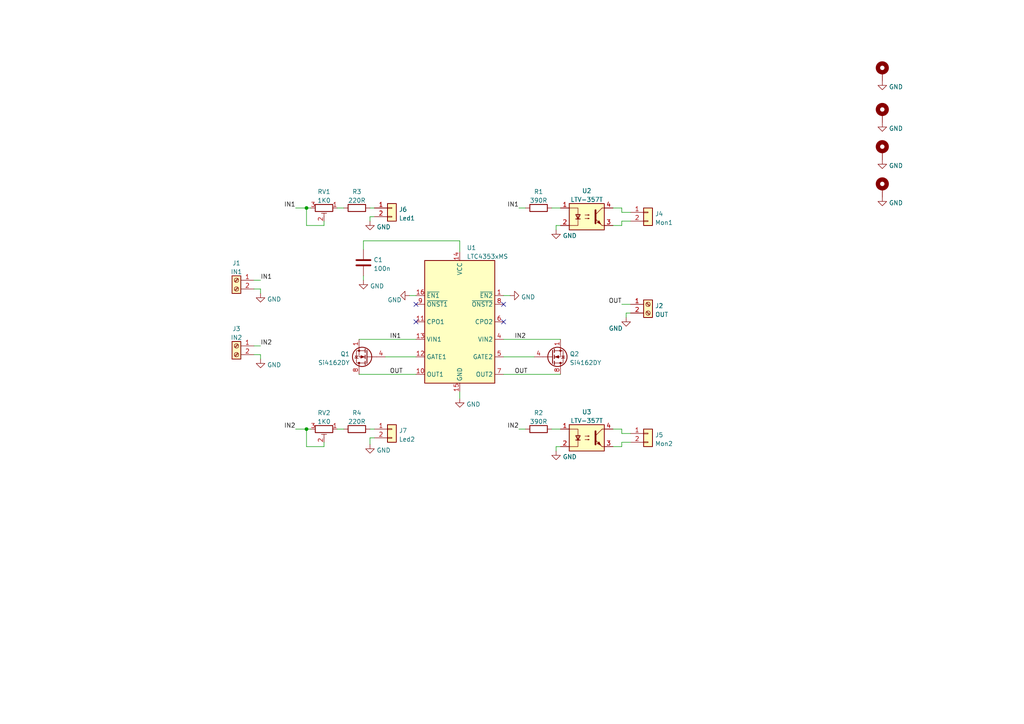
<source format=kicad_sch>
(kicad_sch (version 20231120) (generator "eeschema") (generator_version "8.0")
  (paper "A4")
  (title_block (title "RedunDC") (rev "1"))
  (lib_symbols
    (symbol "Connector:Screw_Terminal_01x02" (pin_names (offset 1.016) hide)
      (property "Reference" "J" (at 0 2.54 0))
      (property "Value" "Screw_Terminal_01x02" (at 0 -5.08 0))
      (symbol "Screw_Terminal_01x02_1_1"
        (rectangle (start -1.27 1.27) (end 1.27 -3.81) (stroke (width 0.254)) (fill (type background)))
        (circle (center 0 -2.54) (radius 0.635) (stroke (width 0.1524)))
        (polyline (pts (xy -0.5334 -2.2098) (xy 0.3302 -3.048)) (stroke (width 0.1524)))
        (polyline (pts (xy -0.5334 0.3302) (xy 0.3302 -0.508)) (stroke (width 0.1524)))
        (polyline (pts (xy -0.3556 -2.032) (xy 0.508 -2.8702)) (stroke (width 0.1524)))
        (polyline (pts (xy -0.3556 0.508) (xy 0.508 -0.3302)) (stroke (width 0.1524)))
        (circle (center 0 0) (radius 0.635) (stroke (width 0.1524)))
        (pin passive line (at -5.08 0 0) (length 3.81) (name "Pin_1") (number "1"))
        (pin passive line (at -5.08 -2.54 0) (length 3.81) (name "Pin_2") (number "2"))
      )
    )
    (symbol "Connector_Generic:Conn_01x02" (pin_names (offset 1.016) hide)
      (property "Reference" "J" (at 0 2.54 0))
      (property "Value" "Conn_01x02" (at 0 -5.08 0))
      (symbol "Conn_01x02_1_1"
        (rectangle (start -1.27 -2.413) (end 0 -2.667) (stroke (width 0.1524)))
        (rectangle (start -1.27 0.127) (end 0 -0.127) (stroke (width 0.1524)))
        (rectangle (start -1.27 1.27) (end 1.27 -3.81) (stroke (width 0.254)) (fill (type background)))
        (pin passive line (at -5.08 0 0) (length 3.81) (name "Pin_1") (number "1"))
        (pin passive line (at -5.08 -2.54 0) (length 3.81) (name "Pin_2") (number "2"))
      )
    )
    (symbol "Device:C" (pin_numbers hide) (pin_names (offset 0.254))
      (property "Reference" "C" (at 0.635 2.54 0))
      (property "Value" "C" (at 0.635 -2.54 0))
      (symbol "C_0_1"
        (polyline (pts (xy -2.032 -0.762) (xy 2.032 -0.762)) (stroke (width 0.508)))
        (polyline (pts (xy -2.032 0.762) (xy 2.032 0.762)) (stroke (width 0.508)))
      )
      (symbol "C_1_1"
        (pin passive line (at 0 3.81 270) (length 2.794) (name "~") (number "1"))
        (pin passive line (at 0 -3.81 90) (length 2.794) (name "~") (number "2"))
      )
    )
    (symbol "Device:R" (pin_numbers hide) (pin_names (offset 0))
      (property "Reference" "R" (at 2.032 0 90))
      (property "Value" "R" (at 0 0 90))
      (symbol "R_0_1"
        (rectangle (start -1.016 -2.54) (end 1.016 2.54) (stroke (width 0.254)))
      )
      (symbol "R_1_1"
        (pin passive line (at 0 3.81 270) (length 1.27) (name "~") (number "1"))
        (pin passive line (at 0 -3.81 90) (length 1.27) (name "~") (number "2"))
      )
    )
    (symbol "Device:R_Potentiometer_Trim" (pin_names (offset 1.016) hide)
      (property "Reference" "RV" (at -4.445 0 90))
      (property "Value" "R_Potentiometer_Trim" (at -2.54 0 90))
      (symbol "R_Potentiometer_Trim_0_1"
        (polyline (pts (xy 1.524 0.762) (xy 1.524 -0.762)))
        (polyline (pts (xy 2.54 0) (xy 1.524 0)))
        (rectangle (start 1.016 2.54) (end -1.016 -2.54) (stroke (width 0.254)))
      )
      (symbol "R_Potentiometer_Trim_1_1"
        (pin passive line (at 0 3.81 270) (length 1.27) (name "1") (number "1"))
        (pin passive line (at 3.81 0 180) (length 1.27) (name "2") (number "2"))
        (pin passive line (at 0 -3.81 90) (length 1.27) (name "3") (number "3"))
      )
    )
    (symbol "Isolator:LTV-358T" (pin_names (offset 1.016))
      (property "Reference" "U" (at -5.334 4.826 0))
      (property "Value" "LTV-358T" (at 0 5.08 0))
      (symbol "LTV-358T_0_1"
        (rectangle (start -5.08 3.81) (end 5.08 -3.81) (stroke (width 0.254)) (fill (type background)))
        (polyline (pts (xy -3.175 -0.635) (xy -1.905 -0.635)) (stroke (width 0.254)))
        (polyline (pts (xy 2.54 0.635) (xy 4.445 2.54)))
        (polyline (pts (xy 4.445 -2.54) (xy 2.54 -0.635)) (fill (type outline)))
        (polyline (pts (xy 4.445 -2.54) (xy 5.08 -2.54)))
        (polyline (pts (xy 4.445 2.54) (xy 5.08 2.54)))
        (polyline (pts (xy -5.08 2.54) (xy -2.54 2.54) (xy -2.54 -0.762)))
        (polyline (pts (xy -2.54 -0.635) (xy -2.54 -2.54) (xy -5.08 -2.54)))
        (polyline (pts (xy 2.54 1.905) (xy 2.54 -1.905) (xy 2.54 -1.905)) (stroke (width 0.508)))
        (polyline (pts (xy -2.54 -0.635) (xy -3.175 0.635) (xy -1.905 0.635) (xy -2.54 -0.635)) (stroke (width 0.254)))
        (polyline (pts (xy -0.508 -0.508) (xy 0.762 -0.508) (xy 0.381 -0.635) (xy 0.381 -0.381) (xy 0.762 -0.508)))
        (polyline (pts (xy -0.508 0.508) (xy 0.762 0.508) (xy 0.381 0.381) (xy 0.381 0.635) (xy 0.762 0.508)))
        (polyline (pts (xy 3.048 -1.651) (xy 3.556 -1.143) (xy 4.064 -2.159) (xy 3.048 -1.651) (xy 3.048 -1.651)) (fill (type outline)))
      )
      (symbol "LTV-358T_1_1"
        (pin passive line (at -7.62 2.54 0) (length 2.54) (name "~") (number "1"))
        (pin passive line (at -7.62 -2.54 0) (length 2.54) (name "~") (number "2"))
        (pin passive line (at 7.62 -2.54 180) (length 2.54) (name "~") (number "3"))
        (pin passive line (at 7.62 2.54 180) (length 2.54) (name "~") (number "4"))
      )
    )
    (symbol "Mechanical:MountingHole_Pad" (pin_numbers hide) (pin_names (offset 1.016) hide)
      (property "Reference" "H" (at 0 6.35 0))
      (property "Value" "MountingHole_Pad" (at 0 4.445 0))
      (symbol "MountingHole_Pad_0_1"
        (circle (center 0 1.27) (radius 1.27) (stroke (width 1.27)))
      )
      (symbol "MountingHole_Pad_1_1"
        (pin input line (at 0 -2.54 90) (length 2.54) (name "1") (number "1"))
      )
    )
    (symbol "Transistor_FET:Si4162DY" (pin_names hide)
      (property "Reference" "Q" (at 5.08 2.54 0))
      (property "Value" "Si4162DY" (at 5.08 0 0))
      (symbol "Si4162DY_0_1"
        (polyline (pts (xy 0.254 0) (xy -2.54 0)))
        (polyline (pts (xy 0.254 1.905) (xy 0.254 -1.905)) (stroke (width 0.254)))
        (polyline (pts (xy 0.762 -1.27) (xy 0.762 -2.286)) (stroke (width 0.254)))
        (polyline (pts (xy 0.762 0.508) (xy 0.762 -0.508)) (stroke (width 0.254)))
        (polyline (pts (xy 0.762 2.286) (xy 0.762 1.27)) (stroke (width 0.254)))
        (polyline (pts (xy 2.54 2.54) (xy 2.54 1.778)))
        (polyline (pts (xy 2.54 -2.54) (xy 2.54 0) (xy 0.762 0)))
        (polyline (pts (xy 0.762 -1.778) (xy 3.302 -1.778) (xy 3.302 1.778) (xy 0.762 1.778)))
        (polyline (pts (xy 1.016 0) (xy 2.032 0.381) (xy 2.032 -0.381) (xy 1.016 0)) (fill (type outline)))
        (polyline (pts (xy 2.794 0.508) (xy 2.921 0.381) (xy 3.683 0.381) (xy 3.81 0.254)))
        (polyline (pts (xy 3.302 0.381) (xy 2.921 -0.254) (xy 3.683 -0.254) (xy 3.302 0.381)))
        (circle (center 1.651 0) (radius 2.794) (stroke (width 0.254)))
        (circle (center 2.54 -1.778) (radius 0.254) (fill (type outline)))
        (circle (center 2.54 1.778) (radius 0.254) (fill (type outline)))
      )
      (symbol "Si4162DY_1_1"
        (pin passive line (at 2.54 -5.08 90) (length 2.54) (name "S") (number "1"))
        (pin passive line (at 2.54 -5.08 90) (length 2.54) hide (name "S") (number "2"))
        (pin passive line (at 2.54 -5.08 90) (length 2.54) hide (name "S") (number "3"))
        (pin input line (at -5.08 0 0) (length 2.54) (name "G") (number "4"))
        (pin passive line (at 2.54 5.08 270) (length 2.54) hide (name "D") (number "5"))
        (pin passive line (at 2.54 5.08 270) (length 2.54) hide (name "D") (number "6"))
        (pin passive line (at 2.54 5.08 270) (length 2.54) hide (name "D") (number "7"))
        (pin passive line (at 2.54 5.08 270) (length 2.54) (name "D") (number "8"))
      )
    )
    (symbol "power:GND" (power) (pin_names (offset 0))
      (property "Value" "GND" (at 0 -3.81 0))
      (symbol "GND_0_1"
        (polyline (pts (xy 0 0) (xy 0 -1.27) (xy 1.27 -1.27) (xy 0 -2.54) (xy -1.27 -1.27) (xy 0 -1.27)))
      )
      (symbol "GND_1_1"
        (pin power_in line (at 0 0 270) (length 0) hide (name "GND") (number "1"))
      )
    )
    (symbol "redundc:LTC4353xMS"
      (property "Reference" "U" (at -8.89 19.05 0))
      (property "Value" "LTC4353xMS" (at 7.62 19.05 0))
      (symbol "LTC4353xMS_1_1"
        (rectangle (start -10.16 17.78) (end 10.16 -17.78) (stroke (width 0.254)) (fill (type background)))
        (pin input line (at 12.7 7.62 180) (length 2.54) (name "~{EN2}") (number "1"))
        (pin input line (at -12.7 -15.24 0) (length 2.54) (name "OUT1") (number "10"))
        (pin passive line (at -12.7 0 0) (length 2.54) (name "CPO1") (number "11"))
        (pin output line (at -12.7 -10.16 0) (length 2.54) (name "GATE1") (number "12"))
        (pin power_in line (at -12.7 -5.08 0) (length 2.54) (name "VIN1") (number "13"))
        (pin power_in line (at 0 20.32 270) (length 2.54) (name "VCC") (number "14"))
        (pin power_in line (at 0 -20.32 90) (length 2.54) (name "GND") (number "15"))
        (pin input line (at -12.7 7.62 0) (length 2.54) (name "~{EN1}") (number "16"))
        (pin no_connect line (at 12.7 13.97 180) (length 2.54) hide (name "NC") (number "2"))
        (pin no_connect line (at -12.7 13.97 0) (length 2.54) hide (name "NC") (number "3"))
        (pin power_in line (at 12.7 -5.08 180) (length 2.54) (name "VIN2") (number "4"))
        (pin output line (at 12.7 -10.16 180) (length 2.54) (name "GATE2") (number "5"))
        (pin passive line (at 12.7 0 180) (length 2.54) (name "CPO2") (number "6"))
        (pin input line (at 12.7 -15.24 180) (length 2.54) (name "OUT2") (number "7"))
        (pin open_collector line (at 12.7 5.08 180) (length 2.54) (name "~{ONST2}") (number "8"))
        (pin open_collector line (at -12.7 5.08 0) (length 2.54) (name "~{ONST1}") (number "9"))
      )
    )
  )
  (junction (at 88.9 124.46))
  (junction (at 88.9 60.325))
  (no_connect (at 146.05 93.345))
  (no_connect (at 120.65 88.265))
  (no_connect (at 146.05 88.265))
  (no_connect (at 120.65 93.345))
  (wire (pts (xy 133.35 113.665) (xy 133.35 115.57)))
  (wire (pts (xy 180.34 129.54) (xy 180.34 128.27)))
  (wire (pts (xy 105.41 69.85) (xy 105.41 72.39)))
  (wire (pts (xy 146.05 98.425) (xy 162.56 98.425)))
  (wire (pts (xy 88.9 124.46) (xy 88.9 129.54)))
  (wire (pts (xy 107.315 127) (xy 107.315 128.905)))
  (wire (pts (xy 180.34 65.405) (xy 180.34 64.135)))
  (wire (pts (xy 133.35 73.025) (xy 133.35 69.85)))
  (wire (pts (xy 107.315 60.325) (xy 108.585 60.325)))
  (wire (pts (xy 73.66 100.33) (xy 75.565 100.33)))
  (wire (pts (xy 73.66 83.82) (xy 75.565 83.82)))
  (wire (pts (xy 150.495 60.325) (xy 152.4 60.325)))
  (wire (pts (xy 182.88 125.73) (xy 180.34 125.73)))
  (wire (pts (xy 105.41 80.01) (xy 105.41 81.28)))
  (wire (pts (xy 161.29 65.405) (xy 161.29 66.675)))
  (wire (pts (xy 177.8 129.54) (xy 180.34 129.54)))
  (wire (pts (xy 160.02 124.46) (xy 162.56 124.46)))
  (wire (pts (xy 182.88 61.595) (xy 180.34 61.595)))
  (wire (pts (xy 180.34 64.135) (xy 182.88 64.135)))
  (wire (pts (xy 88.9 65.405) (xy 93.98 65.405)))
  (wire (pts (xy 111.76 103.505) (xy 120.65 103.505)))
  (wire (pts (xy 162.56 129.54) (xy 161.29 129.54)))
  (wire (pts (xy 85.725 60.325) (xy 88.9 60.325)))
  (wire (pts (xy 181.61 90.805) (xy 182.88 90.805)))
  (wire (pts (xy 146.05 85.725) (xy 147.955 85.725)))
  (wire (pts (xy 180.34 128.27) (xy 182.88 128.27)))
  (wire (pts (xy 93.98 128.27) (xy 93.98 129.54)))
  (wire (pts (xy 181.61 92.075) (xy 181.61 90.805)))
  (wire (pts (xy 162.56 65.405) (xy 161.29 65.405)))
  (wire (pts (xy 90.17 60.325) (xy 88.9 60.325)))
  (wire (pts (xy 73.66 102.87) (xy 75.565 102.87)))
  (wire (pts (xy 180.34 88.265) (xy 182.88 88.265)))
  (wire (pts (xy 180.34 125.73) (xy 180.34 124.46)))
  (wire (pts (xy 108.585 62.865) (xy 107.315 62.865)))
  (wire (pts (xy 97.79 60.325) (xy 99.695 60.325)))
  (wire (pts (xy 180.34 61.595) (xy 180.34 60.325)))
  (wire (pts (xy 161.29 129.54) (xy 161.29 130.81)))
  (wire (pts (xy 177.8 65.405) (xy 180.34 65.405)))
  (wire (pts (xy 105.41 69.85) (xy 133.35 69.85)))
  (wire (pts (xy 160.02 60.325) (xy 162.56 60.325)))
  (wire (pts (xy 104.14 98.425) (xy 120.65 98.425)))
  (wire (pts (xy 75.565 102.87) (xy 75.565 104.14)))
  (wire (pts (xy 93.98 64.135) (xy 93.98 65.405)))
  (wire (pts (xy 146.05 103.505) (xy 154.94 103.505)))
  (wire (pts (xy 107.315 62.865) (xy 107.315 64.135)))
  (wire (pts (xy 75.565 83.82) (xy 75.565 85.09)))
  (wire (pts (xy 118.745 85.725) (xy 120.65 85.725)))
  (wire (pts (xy 104.14 108.585) (xy 120.65 108.585)))
  (wire (pts (xy 97.79 124.46) (xy 99.695 124.46)))
  (wire (pts (xy 177.8 124.46) (xy 180.34 124.46)))
  (wire (pts (xy 88.9 60.325) (xy 88.9 65.405)))
  (wire (pts (xy 85.725 124.46) (xy 88.9 124.46)))
  (wire (pts (xy 73.66 81.28) (xy 75.565 81.28)))
  (wire (pts (xy 150.495 124.46) (xy 152.4 124.46)))
  (wire (pts (xy 108.585 127) (xy 107.315 127)))
  (wire (pts (xy 90.17 124.46) (xy 88.9 124.46)))
  (wire (pts (xy 107.315 124.46) (xy 108.585 124.46)))
  (wire (pts (xy 88.9 129.54) (xy 93.98 129.54)))
  (wire (pts (xy 146.05 108.585) (xy 162.56 108.585)))
  (wire (pts (xy 177.8 60.325) (xy 180.34 60.325)))
  (label "IN2" (at 75.565 100.33 0))
  (label "OUT" (at 113.03 108.585 0))
  (label "IN2" (at 150.495 124.46 180))
  (label "OUT" (at 149.225 108.585 0))
  (label "IN2" (at 85.725 124.46 180))
  (label "IN1" (at 85.725 60.325 180))
  (label "IN1" (at 75.565 81.28 0))
  (label "IN1" (at 150.495 60.325 180))
  (label "OUT" (at 180.34 88.265 180))
  (label "IN1" (at 113.03 98.425 0))
  (label "IN2" (at 149.225 98.425 0))
  (symbol (lib_id "Transistor_FET:Si4162DY") (at 160.02 103.505 0) (mirror x) (unit 1)
    (property "Reference" "Q2" (at 165.227 102.6703 0) (effects (justify left)))
    (property "Value" "Si4162DY" (at 165.227 105.2072 0) (effects (justify left)))
    (property "Footprint" "Package_SO:SOIC-8_3.9x4.9mm_P1.27mm" (effects (hide yes)))
    (property "Datasheet" "http://www.vishay.com/docs/68967/si4162dy.pdf" (effects (hide yes)))
  )
  (symbol (lib_id "Transistor_FET:Si4162DY") (at 106.68 103.505 180) (unit 1)
    (property "Reference" "Q1" (at 101.473 102.6703 0) (effects (justify left)))
    (property "Value" "Si4162DY" (at 101.473 105.2072 0) (effects (justify left)))
    (property "Footprint" "Package_SO:SOIC-8_3.9x4.9mm_P1.27mm" (effects (hide yes)))
    (property "Datasheet" "http://www.vishay.com/docs/68967/si4162dy.pdf" (effects (hide yes)))
  )
  (symbol (lib_id "Connector:Screw_Terminal_01x02") (at 187.96 88.265 0) (unit 1)
    (property "Reference" "J2" (at 189.992 88.7003 0) (effects (justify left)))
    (property "Value" "OUT" (at 189.992 91.2372 0) (effects (justify left)))
    (property "Footprint" "TerminalBlock_Phoenix:TerminalBlock_Phoenix_MKDS-1,5-2-5.08_1x02_P5.08mm_Horizontal" (effects (hide yes)))
  )
  (symbol (lib_id "Device:C") (at 105.41 76.2 0) (unit 1)
    (property "Reference" "C1" (at 108.331 75.3653 0) (effects (justify left)))
    (property "Value" "100n" (at 108.331 77.9022 0) (effects (justify left)))
    (property "Footprint" "Capacitor_SMD:C_0402_1005Metric" (effects (hide yes)))
  )
  (symbol (lib_id "Mechanical:MountingHole_Pad") (at 255.905 54.61 0) (unit 1) (in_bom no)
    (property "Reference" "H4" (effects (hide yes)))
    (property "Value" "MountingHole_Pad" (effects (hide yes)))
    (property "Footprint" "MountingHole:MountingHole_3.2mm_M3_Pad_Via" (effects (hide yes)))
  )
  (symbol (lib_id "Mechanical:MountingHole_Pad") (at 255.905 43.815 0) (unit 1) (in_bom no)
    (property "Reference" "H3" (effects (hide yes)))
    (property "Value" "MountingHole_Pad" (effects (hide yes)))
    (property "Footprint" "MountingHole:MountingHole_3.2mm_M3_Pad_Via" (effects (hide yes)))
  )
  (symbol (lib_id "power:GND") (at 107.315 128.905 0) (unit 1)
    (property "Reference" "#PWR0115" (effects (hide yes)))
    (property "Value" "GND" (at 109.22 130.6088 0) (effects (justify left)))
  )
  (symbol (lib_id "power:GND") (at 107.315 64.135 0) (unit 1)
    (property "Reference" "#PWR0114" (effects (hide yes)))
    (property "Value" "GND" (at 109.22 65.8388 0) (effects (justify left)))
  )
  (symbol (lib_id "Connector_Generic:Conn_01x02") (at 113.665 124.46 0) (unit 1)
    (property "Reference" "J7" (at 115.697 124.8953 0) (effects (justify left)))
    (property "Value" "Led2" (at 115.697 127.4322 0) (effects (justify left)))
    (property "Footprint" "Connector_PinHeader_2.54mm:PinHeader_1x02_P2.54mm_Vertical" (effects (hide yes)))
  )
  (symbol (lib_id "power:GND") (at 255.905 57.15 0) (unit 1)
    (property "Reference" "#PWR0111" (effects (hide yes)))
    (property "Value" "GND" (at 257.81 58.8538 0) (effects (justify left)))
  )
  (symbol (lib_id "power:GND") (at 161.29 130.81 0) (unit 1)
    (property "Reference" "#PWR0112" (effects (hide yes)))
    (property "Value" "GND" (at 163.195 132.5138 0) (effects (justify left)))
  )
  (symbol (lib_id "power:GND") (at 75.565 85.09 0) (unit 1)
    (property "Reference" "#PWR0107" (effects (hide yes)))
    (property "Value" "GND" (at 77.47 86.7938 0) (effects (justify left)))
  )
  (symbol (lib_id "power:GND") (at 105.41 81.28 0) (unit 1)
    (property "Reference" "#PWR0104" (effects (hide yes)))
    (property "Value" "GND" (at 107.315 82.9838 0) (effects (justify left)))
  )
  (symbol (lib_id "power:GND") (at 161.29 66.675 0) (unit 1)
    (property "Reference" "#PWR0113" (effects (hide yes)))
    (property "Value" "GND" (at 163.195 68.3788 0) (effects (justify left)))
  )
  (symbol (lib_id "power:GND") (at 75.565 104.14 0) (unit 1)
    (property "Reference" "#PWR0106" (effects (hide yes)))
    (property "Value" "GND" (at 77.47 105.8438 0) (effects (justify left)))
  )
  (symbol (lib_id "power:GND") (at 255.905 23.495 0) (unit 1)
    (property "Reference" "#PWR0109" (effects (hide yes)))
    (property "Value" "GND" (at 257.81 25.1988 0) (effects (justify left)))
  )
  (symbol (lib_id "power:GND") (at 255.905 35.56 0) (unit 1)
    (property "Reference" "#PWR0108" (effects (hide yes)))
    (property "Value" "GND" (at 257.81 37.2638 0) (effects (justify left)))
  )
  (symbol (lib_id "Device:R") (at 103.505 60.325 90) (unit 1)
    (property "Reference" "R3" (at 103.505 55.6092 90))
    (property "Value" "220R" (at 103.505 58.1461 90))
    (property "Footprint" "Resistor_SMD:R_0402_1005Metric" (effects (hide yes)))
  )
  (symbol (lib_id "Device:R") (at 156.21 60.325 90) (unit 1)
    (property "Reference" "R1" (at 156.21 55.6092 90))
    (property "Value" "390R" (at 156.21 58.1461 90))
    (property "Footprint" "Resistor_SMD:R_0402_1005Metric" (effects (hide yes)))
  )
  (symbol (lib_id "power:GND") (at 181.61 92.075 0) (unit 1)
    (property "Reference" "#PWR0105" (effects (hide yes)))
    (property "Value" "GND" (at 176.53 95.25 0) (effects (justify left)))
  )
  (symbol (lib_id "Mechanical:MountingHole_Pad") (at 255.905 33.02 0) (unit 1) (in_bom no)
    (property "Reference" "H2" (effects (hide yes)))
    (property "Value" "MountingHole_Pad" (effects (hide yes)))
    (property "Footprint" "MountingHole:MountingHole_3.2mm_M3_Pad_Via" (effects (hide yes)))
  )
  (symbol (lib_id "power:GND") (at 118.745 85.725 270) (unit 1)
    (property "Reference" "#PWR0103" (effects (hide yes)))
    (property "Value" "GND" (at 112.395 86.995 90) (effects (justify left)))
  )
  (symbol (lib_id "power:GND") (at 255.905 46.355 0) (unit 1)
    (property "Reference" "#PWR0110" (effects (hide yes)))
    (property "Value" "GND" (at 257.81 48.0588 0) (effects (justify left)))
  )
  (symbol (lib_id "Connector_Generic:Conn_01x02") (at 187.96 61.595 0) (unit 1)
    (property "Reference" "J4" (at 189.992 62.0303 0) (effects (justify left)))
    (property "Value" "Mon1" (at 189.992 64.5672 0) (effects (justify left)))
    (property "Footprint" "Connector_PinHeader_2.54mm:PinHeader_1x02_P2.54mm_Vertical" (effects (hide yes)))
  )
  (symbol (lib_id "Isolator:LTV-358T") (at 170.18 62.865 0) (unit 1)
    (property "Reference" "U2" (at 170.18 55.3552 0))
    (property "Value" "LTV-357T" (at 170.18 57.8921 0))
    (property "Footprint" "Package_SO:SO-4_4.4x3.6mm_P2.54mm" (effects (hide yes)))
    (property "Datasheet" "http://optoelectronics.liteon.com/upload/download/DS70-2001-022/S_110_LTV-358T%2020140520.pdf" (effects (hide yes)))
  )
  (symbol (lib_id "Connector_Generic:Conn_01x02") (at 113.665 60.325 0) (unit 1)
    (property "Reference" "J6" (at 115.697 60.7603 0) (effects (justify left)))
    (property "Value" "Led1" (at 115.697 63.2972 0) (effects (justify left)))
    (property "Footprint" "Connector_PinHeader_2.54mm:PinHeader_1x02_P2.54mm_Vertical" (effects (hide yes)))
  )
  (symbol (lib_id "Device:R") (at 103.505 124.46 90) (unit 1)
    (property "Reference" "R4" (at 103.505 119.7442 90))
    (property "Value" "220R" (at 103.505 122.2811 90))
    (property "Footprint" "Resistor_SMD:R_0402_1005Metric" (effects (hide yes)))
  )
  (symbol (lib_id "power:GND") (at 133.35 115.57 0) (unit 1)
    (property "Reference" "#PWR0101" (effects (hide yes)))
    (property "Value" "GND" (at 135.255 117.2738 0) (effects (justify left)))
  )
  (symbol (lib_id "Mechanical:MountingHole_Pad") (at 255.905 20.955 0) (unit 1) (in_bom no)
    (property "Reference" "H1" (effects (hide yes)))
    (property "Value" "MountingHole_Pad" (effects (hide yes)))
    (property "Footprint" "MountingHole:MountingHole_3.2mm_M3_Pad_Via" (effects (hide yes)))
  )
  (symbol (lib_id "power:GND") (at 147.955 85.725 90) (unit 1)
    (property "Reference" "#PWR0102" (effects (hide yes)))
    (property "Value" "GND" (at 151.13 86.1588 90) (effects (justify right)))
  )
  (symbol (lib_id "Connector:Screw_Terminal_01x02") (at 68.58 100.33 0) (mirror y) (unit 1)
    (property "Reference" "J3" (at 68.58 95.3602 0))
    (property "Value" "IN2" (at 68.58 97.8971 0))
    (property "Footprint" "TerminalBlock_Phoenix:TerminalBlock_Phoenix_MKDS-1,5-2-5.08_1x02_P5.08mm_Horizontal" (effects (hide yes)))
  )
  (symbol (lib_id "Device:R") (at 156.21 124.46 90) (unit 1)
    (property "Reference" "R2" (at 156.21 119.7442 90))
    (property "Value" "390R" (at 156.21 122.2811 90))
    (property "Footprint" "Resistor_SMD:R_0402_1005Metric" (effects (hide yes)))
  )
  (symbol (lib_id "Connector:Screw_Terminal_01x02") (at 68.58 81.28 0) (mirror y) (unit 1)
    (property "Reference" "J1" (at 68.58 76.3102 0))
    (property "Value" "IN1" (at 68.58 78.8471 0))
    (property "Footprint" "TerminalBlock_Phoenix:TerminalBlock_Phoenix_MKDS-1,5-2-5.08_1x02_P5.08mm_Horizontal" (effects (hide yes)))
  )
  (symbol (lib_id "Device:R_Potentiometer_Trim") (at 93.98 60.325 270) (unit 1)
    (property "Reference" "RV1" (at 93.98 55.6092 90))
    (property "Value" "1K0" (at 93.98 58.1461 90))
    (property "Footprint" "Potentiometer_SMD:Potentiometer_Bourns_TC33X_Vertical" (effects (hide yes)))
    (property "Part Name" "TC33X-2-102" (effects (hide yes)))
  )
  (symbol (lib_id "Isolator:LTV-358T") (at 170.18 127 0) (unit 1)
    (property "Reference" "U3" (at 170.18 119.4902 0))
    (property "Value" "LTV-357T" (at 170.18 122.0271 0))
    (property "Footprint" "Package_SO:SO-4_4.4x3.6mm_P2.54mm" (effects (hide yes)))
    (property "Datasheet" "http://optoelectronics.liteon.com/upload/download/DS70-2001-022/S_110_LTV-358T%2020140520.pdf" (effects (hide yes)))
  )
  (symbol (lib_id "Connector_Generic:Conn_01x02") (at 187.96 125.73 0) (unit 1)
    (property "Reference" "J5" (at 189.992 126.1653 0) (effects (justify left)))
    (property "Value" "Mon2" (at 189.992 128.7022 0) (effects (justify left)))
    (property "Footprint" "Connector_PinHeader_2.54mm:PinHeader_1x02_P2.54mm_Vertical" (effects (hide yes)))
  )
  (symbol (lib_id "Device:R_Potentiometer_Trim") (at 93.98 124.46 270) (unit 1)
    (property "Reference" "RV2" (at 93.98 119.7442 90))
    (property "Value" "1K0" (at 93.98 122.2811 90))
    (property "Footprint" "Potentiometer_SMD:Potentiometer_Bourns_TC33X_Vertical" (effects (hide yes)))
    (property "Part Name" "TC33X-2-102" (effects (hide yes)))
  )
  (symbol (lib_id "redundc:LTC4353xMS") (at 133.35 93.345 0) (unit 1)
    (property "Reference" "U1" (at 135.3694 71.8652 0) (effects (justify left)))
    (property "Value" "LTC4353xMS" (at 135.3694 74.4021 0) (effects (justify left)))
    (property "Footprint" "Package_SO:MSOP-16_3x4mm_P0.5mm" (effects (hide yes)))
    (property "Datasheet" "https://www.analog.com/media/en/technical-documentation/data-sheets/4353f.pdf" (effects (hide yes)))
  )
)
</source>
